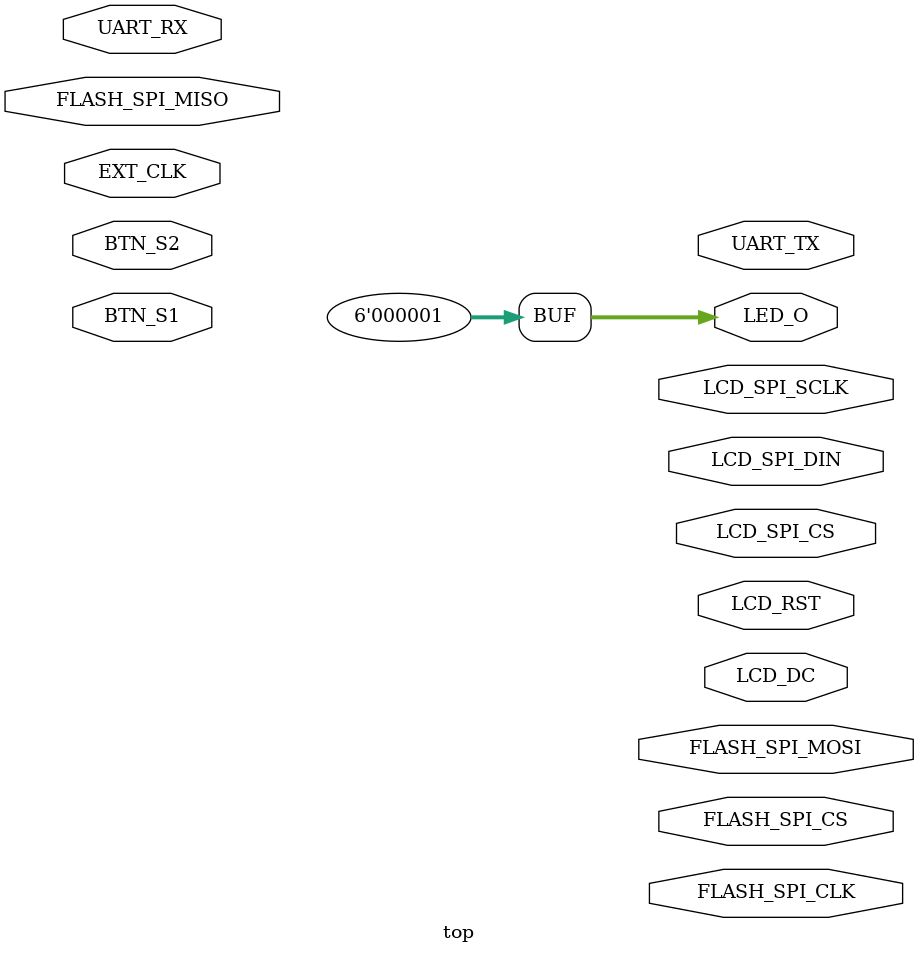
<source format=sv>
module top
#(
  /* Tang Nano 9K Board - featuring GOWIN FPGA: GW1NR-LV9 QFN88P (rev.C) */
  parameter EXT_CLK_FREQ = 27000000, // external clock source, frequency in [Hz], 
  parameter EXT_CLK_PERIOD = 37.037, // external clock source, period in [ns], 
  parameter STARTUP_WAIT_MS = 10 // make startup delay of 10 [ms]
)
(
  input wire EXT_CLK,  // This is the external clock source on the board - expected 27 [MHz] oscillator. 
  input wire BTN_S1, // This pin is tied to a button 'S1' on the board, and will be used as a 'reset' source (active-low) 
  input wire BTN_S2, // This pin is tied to a button 'S2' on the board, and will be used as a general user input source (active-low) 
  output reg [5:0] LED_O=6'b1, // 6 Orange LEDs on the board, active-low , default to all high (leds are OFF)
  // LCD 0.96" SPI interface - SSD1306 controller
  output wire LCD_RST, // reset: active-low   
  output wire LCD_SPI_CS, // chip-select: active-low Note: multiple bytes can be sent without needing to change the chip select each time.
  output wire LCD_SPI_SCLK, // spi clock signal: idle-low 
  output wire LCD_SPI_DIN, // data input. Note: data is latched on the rising edge of the clock and is updated on the falling edge. MSb is sent first.
  output wire LCD_DC,  // data/command select: active-low - data, active-high - command

  input  wire UART_RX,  // UART|RX pin - 8N1 config
  output wire UART_TX,  // UART|TX pin - 8N1 config
  
  output wire FLASH_SPI_CS,  // chip select for flash memory
  output wire FLASH_SPI_MOSI, // master out slave in for flash memory
  input  wire FLASH_SPI_MISO, // master in slave out for flash memory
  output wire FLASH_SPI_CLK  //  clock signal for flash memory
);
localparam STARTUP_WAIT_CYCL = ((EXT_CLK_FREQ/1000)*STARTUP_WAIT_MS);

endmodule
</source>
